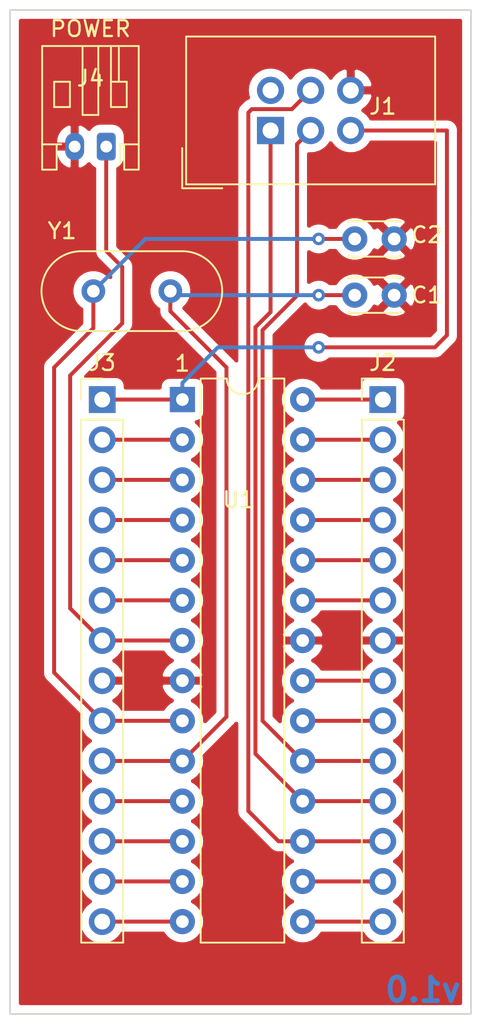
<source format=kicad_pcb>
(kicad_pcb (version 20171130) (host pcbnew "(5.1.0-0)")

  (general
    (thickness 1.6)
    (drawings 10)
    (tracks 74)
    (zones 0)
    (modules 8)
    (nets 29)
  )

  (page A4)
  (layers
    (0 F.Cu signal)
    (31 B.Cu signal)
    (32 B.Adhes user)
    (33 F.Adhes user)
    (34 B.Paste user)
    (35 F.Paste user)
    (36 B.SilkS user)
    (37 F.SilkS user)
    (38 B.Mask user)
    (39 F.Mask user)
    (40 Dwgs.User user)
    (41 Cmts.User user)
    (42 Eco1.User user)
    (43 Eco2.User user)
    (44 Edge.Cuts user)
    (45 Margin user)
    (46 B.CrtYd user)
    (47 F.CrtYd user)
    (48 B.Fab user)
    (49 F.Fab user)
  )

  (setup
    (last_trace_width 0.25)
    (trace_clearance 0.2)
    (zone_clearance 0.508)
    (zone_45_only no)
    (trace_min 0.2)
    (via_size 0.8)
    (via_drill 0.4)
    (via_min_size 0.4)
    (via_min_drill 0.3)
    (uvia_size 0.3)
    (uvia_drill 0.1)
    (uvias_allowed no)
    (uvia_min_size 0.2)
    (uvia_min_drill 0.1)
    (edge_width 0.1)
    (segment_width 0.2)
    (pcb_text_width 0.3)
    (pcb_text_size 1.5 1.5)
    (mod_edge_width 0.15)
    (mod_text_size 1 1)
    (mod_text_width 0.15)
    (pad_size 1.524 1.524)
    (pad_drill 0.762)
    (pad_to_mask_clearance 0)
    (aux_axis_origin 0 0)
    (visible_elements 7FFFFFFF)
    (pcbplotparams
      (layerselection 0x010fc_ffffffff)
      (usegerberextensions false)
      (usegerberattributes false)
      (usegerberadvancedattributes false)
      (creategerberjobfile false)
      (excludeedgelayer true)
      (linewidth 0.100000)
      (plotframeref false)
      (viasonmask false)
      (mode 1)
      (useauxorigin false)
      (hpglpennumber 1)
      (hpglpenspeed 20)
      (hpglpendiameter 15.000000)
      (psnegative false)
      (psa4output false)
      (plotreference true)
      (plotvalue true)
      (plotinvisibletext false)
      (padsonsilk false)
      (subtractmaskfromsilk false)
      (outputformat 1)
      (mirror false)
      (drillshape 1)
      (scaleselection 1)
      (outputdirectory ""))
  )

  (net 0 "")
  (net 1 GND)
  (net 2 /10)
  (net 3 /9)
  (net 4 /MISO)
  (net 5 +5V)
  (net 6 /SCK)
  (net 7 /MOSI)
  (net 8 /RST)
  (net 9 /15)
  (net 10 /16)
  (net 11 /20)
  (net 12 /21)
  (net 13 /23)
  (net 14 /24)
  (net 15 /25)
  (net 16 /26)
  (net 17 /27)
  (net 18 /28)
  (net 19 /2)
  (net 20 /3)
  (net 21 /4)
  (net 22 /5)
  (net 23 /6)
  (net 24 +3V3)
  (net 25 /11)
  (net 26 /12)
  (net 27 /13)
  (net 28 /14)

  (net_class Default "This is the default net class."
    (clearance 0.2)
    (trace_width 0.25)
    (via_dia 0.8)
    (via_drill 0.4)
    (uvia_dia 0.3)
    (uvia_drill 0.1)
    (add_net +3V3)
    (add_net +5V)
    (add_net /10)
    (add_net /11)
    (add_net /12)
    (add_net /13)
    (add_net /14)
    (add_net /15)
    (add_net /16)
    (add_net /2)
    (add_net /20)
    (add_net /21)
    (add_net /23)
    (add_net /24)
    (add_net /25)
    (add_net /26)
    (add_net /27)
    (add_net /28)
    (add_net /3)
    (add_net /4)
    (add_net /5)
    (add_net /6)
    (add_net /9)
    (add_net /MISO)
    (add_net /MOSI)
    (add_net /RST)
    (add_net /SCK)
    (add_net GND)
  )

  (module Crystal:Crystal_HC49-4H_Vertical (layer F.Cu) (tedit 5A1AD3B7) (tstamp 5CC46DF2)
    (at 137.16 68.58 180)
    (descr "Crystal THT HC-49-4H http://5hertz.com/pdfs/04404_D.pdf")
    (tags "THT crystalHC-49-4H")
    (path /5CBE8732)
    (fp_text reference Y1 (at 6.858 3.81 180) (layer F.SilkS)
      (effects (font (size 1 1) (thickness 0.15)))
    )
    (fp_text value "8 MHz" (at 2.44 3.525 180) (layer F.Fab)
      (effects (font (size 1 1) (thickness 0.15)))
    )
    (fp_text user %R (at 2.44 0 180) (layer F.Fab)
      (effects (font (size 1 1) (thickness 0.15)))
    )
    (fp_line (start -0.76 -2.325) (end 5.64 -2.325) (layer F.Fab) (width 0.1))
    (fp_line (start -0.76 2.325) (end 5.64 2.325) (layer F.Fab) (width 0.1))
    (fp_line (start -0.56 -2) (end 5.44 -2) (layer F.Fab) (width 0.1))
    (fp_line (start -0.56 2) (end 5.44 2) (layer F.Fab) (width 0.1))
    (fp_line (start -0.76 -2.525) (end 5.64 -2.525) (layer F.SilkS) (width 0.12))
    (fp_line (start -0.76 2.525) (end 5.64 2.525) (layer F.SilkS) (width 0.12))
    (fp_line (start -3.6 -2.8) (end -3.6 2.8) (layer F.CrtYd) (width 0.05))
    (fp_line (start -3.6 2.8) (end 8.5 2.8) (layer F.CrtYd) (width 0.05))
    (fp_line (start 8.5 2.8) (end 8.5 -2.8) (layer F.CrtYd) (width 0.05))
    (fp_line (start 8.5 -2.8) (end -3.6 -2.8) (layer F.CrtYd) (width 0.05))
    (fp_arc (start -0.76 0) (end -0.76 -2.325) (angle -180) (layer F.Fab) (width 0.1))
    (fp_arc (start 5.64 0) (end 5.64 -2.325) (angle 180) (layer F.Fab) (width 0.1))
    (fp_arc (start -0.56 0) (end -0.56 -2) (angle -180) (layer F.Fab) (width 0.1))
    (fp_arc (start 5.44 0) (end 5.44 -2) (angle 180) (layer F.Fab) (width 0.1))
    (fp_arc (start -0.76 0) (end -0.76 -2.525) (angle -180) (layer F.SilkS) (width 0.12))
    (fp_arc (start 5.64 0) (end 5.64 -2.525) (angle 180) (layer F.SilkS) (width 0.12))
    (pad 1 thru_hole circle (at 0 0 180) (size 1.5 1.5) (drill 0.8) (layers *.Cu *.Mask)
      (net 2 /10))
    (pad 2 thru_hole circle (at 4.88 0 180) (size 1.5 1.5) (drill 0.8) (layers *.Cu *.Mask)
      (net 3 /9))
    (model ${KISYS3DMOD}/Crystal.3dshapes/Crystal_HC49-4H_Vertical.wrl
      (at (xyz 0 0 0))
      (scale (xyz 1 1 1))
      (rotate (xyz 0 0 0))
    )
  )

  (module Package_DIP:DIP-28_W7.62mm (layer F.Cu) (tedit 5A02E8C5) (tstamp 5CC46DDB)
    (at 137.922 75.438)
    (descr "28-lead though-hole mounted DIP package, row spacing 7.62 mm (300 mils)")
    (tags "THT DIP DIL PDIP 2.54mm 7.62mm 300mil")
    (path /5CBEBF63)
    (fp_text reference U1 (at 3.556 6.35) (layer F.SilkS)
      (effects (font (size 1 1) (thickness 0.15)))
    )
    (fp_text value ATmega328-PU (at 3.81 35.35) (layer F.Fab)
      (effects (font (size 1 1) (thickness 0.15)))
    )
    (fp_arc (start 3.81 -1.33) (end 2.81 -1.33) (angle -180) (layer F.SilkS) (width 0.12))
    (fp_line (start 1.635 -1.27) (end 6.985 -1.27) (layer F.Fab) (width 0.1))
    (fp_line (start 6.985 -1.27) (end 6.985 34.29) (layer F.Fab) (width 0.1))
    (fp_line (start 6.985 34.29) (end 0.635 34.29) (layer F.Fab) (width 0.1))
    (fp_line (start 0.635 34.29) (end 0.635 -0.27) (layer F.Fab) (width 0.1))
    (fp_line (start 0.635 -0.27) (end 1.635 -1.27) (layer F.Fab) (width 0.1))
    (fp_line (start 2.81 -1.33) (end 1.16 -1.33) (layer F.SilkS) (width 0.12))
    (fp_line (start 1.16 -1.33) (end 1.16 34.35) (layer F.SilkS) (width 0.12))
    (fp_line (start 1.16 34.35) (end 6.46 34.35) (layer F.SilkS) (width 0.12))
    (fp_line (start 6.46 34.35) (end 6.46 -1.33) (layer F.SilkS) (width 0.12))
    (fp_line (start 6.46 -1.33) (end 4.81 -1.33) (layer F.SilkS) (width 0.12))
    (fp_line (start -1.1 -1.55) (end -1.1 34.55) (layer F.CrtYd) (width 0.05))
    (fp_line (start -1.1 34.55) (end 8.7 34.55) (layer F.CrtYd) (width 0.05))
    (fp_line (start 8.7 34.55) (end 8.7 -1.55) (layer F.CrtYd) (width 0.05))
    (fp_line (start 8.7 -1.55) (end -1.1 -1.55) (layer F.CrtYd) (width 0.05))
    (fp_text user %R (at 3.81 16.51) (layer F.Fab)
      (effects (font (size 1 1) (thickness 0.15)))
    )
    (pad 1 thru_hole rect (at 0 0) (size 1.6 1.6) (drill 0.8) (layers *.Cu *.Mask)
      (net 8 /RST))
    (pad 15 thru_hole oval (at 7.62 33.02) (size 1.6 1.6) (drill 0.8) (layers *.Cu *.Mask)
      (net 9 /15))
    (pad 2 thru_hole oval (at 0 2.54) (size 1.6 1.6) (drill 0.8) (layers *.Cu *.Mask)
      (net 19 /2))
    (pad 16 thru_hole oval (at 7.62 30.48) (size 1.6 1.6) (drill 0.8) (layers *.Cu *.Mask)
      (net 10 /16))
    (pad 3 thru_hole oval (at 0 5.08) (size 1.6 1.6) (drill 0.8) (layers *.Cu *.Mask)
      (net 20 /3))
    (pad 17 thru_hole oval (at 7.62 27.94) (size 1.6 1.6) (drill 0.8) (layers *.Cu *.Mask)
      (net 7 /MOSI))
    (pad 4 thru_hole oval (at 0 7.62) (size 1.6 1.6) (drill 0.8) (layers *.Cu *.Mask)
      (net 21 /4))
    (pad 18 thru_hole oval (at 7.62 25.4) (size 1.6 1.6) (drill 0.8) (layers *.Cu *.Mask)
      (net 4 /MISO))
    (pad 5 thru_hole oval (at 0 10.16) (size 1.6 1.6) (drill 0.8) (layers *.Cu *.Mask)
      (net 22 /5))
    (pad 19 thru_hole oval (at 7.62 22.86) (size 1.6 1.6) (drill 0.8) (layers *.Cu *.Mask)
      (net 6 /SCK))
    (pad 6 thru_hole oval (at 0 12.7) (size 1.6 1.6) (drill 0.8) (layers *.Cu *.Mask)
      (net 23 /6))
    (pad 20 thru_hole oval (at 7.62 20.32) (size 1.6 1.6) (drill 0.8) (layers *.Cu *.Mask)
      (net 11 /20))
    (pad 7 thru_hole oval (at 0 15.24) (size 1.6 1.6) (drill 0.8) (layers *.Cu *.Mask)
      (net 24 +3V3))
    (pad 21 thru_hole oval (at 7.62 17.78) (size 1.6 1.6) (drill 0.8) (layers *.Cu *.Mask)
      (net 12 /21))
    (pad 8 thru_hole oval (at 0 17.78) (size 1.6 1.6) (drill 0.8) (layers *.Cu *.Mask)
      (net 1 GND))
    (pad 22 thru_hole oval (at 7.62 15.24) (size 1.6 1.6) (drill 0.8) (layers *.Cu *.Mask)
      (net 1 GND))
    (pad 9 thru_hole oval (at 0 20.32) (size 1.6 1.6) (drill 0.8) (layers *.Cu *.Mask)
      (net 3 /9))
    (pad 23 thru_hole oval (at 7.62 12.7) (size 1.6 1.6) (drill 0.8) (layers *.Cu *.Mask)
      (net 13 /23))
    (pad 10 thru_hole oval (at 0 22.86) (size 1.6 1.6) (drill 0.8) (layers *.Cu *.Mask)
      (net 2 /10))
    (pad 24 thru_hole oval (at 7.62 10.16) (size 1.6 1.6) (drill 0.8) (layers *.Cu *.Mask)
      (net 14 /24))
    (pad 11 thru_hole oval (at 0 25.4) (size 1.6 1.6) (drill 0.8) (layers *.Cu *.Mask)
      (net 25 /11))
    (pad 25 thru_hole oval (at 7.62 7.62) (size 1.6 1.6) (drill 0.8) (layers *.Cu *.Mask)
      (net 15 /25))
    (pad 12 thru_hole oval (at 0 27.94) (size 1.6 1.6) (drill 0.8) (layers *.Cu *.Mask)
      (net 26 /12))
    (pad 26 thru_hole oval (at 7.62 5.08) (size 1.6 1.6) (drill 0.8) (layers *.Cu *.Mask)
      (net 16 /26))
    (pad 13 thru_hole oval (at 0 30.48) (size 1.6 1.6) (drill 0.8) (layers *.Cu *.Mask)
      (net 27 /13))
    (pad 27 thru_hole oval (at 7.62 2.54) (size 1.6 1.6) (drill 0.8) (layers *.Cu *.Mask)
      (net 17 /27))
    (pad 14 thru_hole oval (at 0 33.02) (size 1.6 1.6) (drill 0.8) (layers *.Cu *.Mask)
      (net 28 /14))
    (pad 28 thru_hole oval (at 7.62 0) (size 1.6 1.6) (drill 0.8) (layers *.Cu *.Mask)
      (net 18 /28))
    (model ${KISYS3DMOD}/Package_DIP.3dshapes/DIP-28_W7.62mm.wrl
      (at (xyz 0 0 0))
      (scale (xyz 1 1 1))
      (rotate (xyz 0 0 0))
    )
  )

  (module Capacitor_THT:C_Disc_D3.0mm_W2.0mm_P2.50mm (layer F.Cu) (tedit 5AE50EF0) (tstamp 5CC46CFF)
    (at 148.844 68.834)
    (descr "C, Disc series, Radial, pin pitch=2.50mm, , diameter*width=3*2mm^2, Capacitor")
    (tags "C Disc series Radial pin pitch 2.50mm  diameter 3mm width 2mm Capacitor")
    (path /5CBED876)
    (fp_text reference C1 (at 4.572 0 180) (layer F.SilkS)
      (effects (font (size 1 1) (thickness 0.15)))
    )
    (fp_text value "22 pF" (at 1.016 2.032 180) (layer F.Fab) hide
      (effects (font (size 1 1) (thickness 0.15)))
    )
    (fp_text user %R (at 1.25 0 90) (layer F.Fab)
      (effects (font (size 0.6 0.6) (thickness 0.09)))
    )
    (fp_line (start 3.55 -1.25) (end -1.05 -1.25) (layer F.CrtYd) (width 0.05))
    (fp_line (start 3.55 1.25) (end 3.55 -1.25) (layer F.CrtYd) (width 0.05))
    (fp_line (start -1.05 1.25) (end 3.55 1.25) (layer F.CrtYd) (width 0.05))
    (fp_line (start -1.05 -1.25) (end -1.05 1.25) (layer F.CrtYd) (width 0.05))
    (fp_line (start 2.87 1.055) (end 2.87 1.12) (layer F.SilkS) (width 0.12))
    (fp_line (start 2.87 -1.12) (end 2.87 -1.055) (layer F.SilkS) (width 0.12))
    (fp_line (start -0.37 1.055) (end -0.37 1.12) (layer F.SilkS) (width 0.12))
    (fp_line (start -0.37 -1.12) (end -0.37 -1.055) (layer F.SilkS) (width 0.12))
    (fp_line (start -0.37 1.12) (end 2.87 1.12) (layer F.SilkS) (width 0.12))
    (fp_line (start -0.37 -1.12) (end 2.87 -1.12) (layer F.SilkS) (width 0.12))
    (fp_line (start 2.75 -1) (end -0.25 -1) (layer F.Fab) (width 0.1))
    (fp_line (start 2.75 1) (end 2.75 -1) (layer F.Fab) (width 0.1))
    (fp_line (start -0.25 1) (end 2.75 1) (layer F.Fab) (width 0.1))
    (fp_line (start -0.25 -1) (end -0.25 1) (layer F.Fab) (width 0.1))
    (pad 2 thru_hole circle (at 2.5 0) (size 1.6 1.6) (drill 0.8) (layers *.Cu *.Mask)
      (net 1 GND))
    (pad 1 thru_hole circle (at 0 0) (size 1.6 1.6) (drill 0.8) (layers *.Cu *.Mask)
      (net 2 /10))
    (model ${KISYS3DMOD}/Capacitor_THT.3dshapes/C_Disc_D3.0mm_W2.0mm_P2.50mm.wrl
      (at (xyz 0 0 0))
      (scale (xyz 1 1 1))
      (rotate (xyz 0 0 0))
    )
  )

  (module Capacitor_THT:C_Disc_D3.0mm_W2.0mm_P2.50mm (layer F.Cu) (tedit 5AE50EF0) (tstamp 5CC6DB1E)
    (at 148.844 65.278)
    (descr "C, Disc series, Radial, pin pitch=2.50mm, , diameter*width=3*2mm^2, Capacitor")
    (tags "C Disc series Radial pin pitch 2.50mm  diameter 3mm width 2mm Capacitor")
    (path /5CBECD33)
    (fp_text reference C2 (at 4.572 -0.254 -180) (layer F.SilkS)
      (effects (font (size 1 1) (thickness 0.15)))
    )
    (fp_text value "22 pF" (at 1.524 -2.032 -180) (layer F.Fab) hide
      (effects (font (size 1 1) (thickness 0.15)))
    )
    (fp_line (start -0.25 -1) (end -0.25 1) (layer F.Fab) (width 0.1))
    (fp_line (start -0.25 1) (end 2.75 1) (layer F.Fab) (width 0.1))
    (fp_line (start 2.75 1) (end 2.75 -1) (layer F.Fab) (width 0.1))
    (fp_line (start 2.75 -1) (end -0.25 -1) (layer F.Fab) (width 0.1))
    (fp_line (start -0.37 -1.12) (end 2.87 -1.12) (layer F.SilkS) (width 0.12))
    (fp_line (start -0.37 1.12) (end 2.87 1.12) (layer F.SilkS) (width 0.12))
    (fp_line (start -0.37 -1.12) (end -0.37 -1.055) (layer F.SilkS) (width 0.12))
    (fp_line (start -0.37 1.055) (end -0.37 1.12) (layer F.SilkS) (width 0.12))
    (fp_line (start 2.87 -1.12) (end 2.87 -1.055) (layer F.SilkS) (width 0.12))
    (fp_line (start 2.87 1.055) (end 2.87 1.12) (layer F.SilkS) (width 0.12))
    (fp_line (start -1.05 -1.25) (end -1.05 1.25) (layer F.CrtYd) (width 0.05))
    (fp_line (start -1.05 1.25) (end 3.55 1.25) (layer F.CrtYd) (width 0.05))
    (fp_line (start 3.55 1.25) (end 3.55 -1.25) (layer F.CrtYd) (width 0.05))
    (fp_line (start 3.55 -1.25) (end -1.05 -1.25) (layer F.CrtYd) (width 0.05))
    (fp_text user %R (at 1.25 0 -270) (layer F.Fab)
      (effects (font (size 0.6 0.6) (thickness 0.09)))
    )
    (pad 1 thru_hole circle (at 0 0) (size 1.6 1.6) (drill 0.8) (layers *.Cu *.Mask)
      (net 3 /9))
    (pad 2 thru_hole circle (at 2.5 0) (size 1.6 1.6) (drill 0.8) (layers *.Cu *.Mask)
      (net 1 GND))
    (model ${KISYS3DMOD}/Capacitor_THT.3dshapes/C_Disc_D3.0mm_W2.0mm_P2.50mm.wrl
      (at (xyz 0 0 0))
      (scale (xyz 1 1 1))
      (rotate (xyz 0 0 0))
    )
  )

  (module Connector_IDC:IDC-Header_2x03_P2.54mm_Vertical (layer F.Cu) (tedit 59DE0819) (tstamp 5CC6D8DF)
    (at 143.51 58.42 90)
    (descr "Through hole straight IDC box header, 2x03, 2.54mm pitch, double rows")
    (tags "Through hole IDC box header THT 2x03 2.54mm double row")
    (path /5CBE8516)
    (fp_text reference J1 (at 1.524 7.112 180) (layer F.SilkS)
      (effects (font (size 1 1) (thickness 0.15)))
    )
    (fp_text value AVR_SPI (at -2.032 5.334 180) (layer F.Fab)
      (effects (font (size 1 1) (thickness 0.15)))
    )
    (fp_text user %R (at 1.27 2.54 90) (layer F.Fab)
      (effects (font (size 1 1) (thickness 0.15)))
    )
    (fp_line (start 5.695 -5.1) (end 5.695 10.18) (layer F.Fab) (width 0.1))
    (fp_line (start 5.145 -4.56) (end 5.145 9.62) (layer F.Fab) (width 0.1))
    (fp_line (start -3.155 -5.1) (end -3.155 10.18) (layer F.Fab) (width 0.1))
    (fp_line (start -2.605 -4.56) (end -2.605 0.29) (layer F.Fab) (width 0.1))
    (fp_line (start -2.605 4.79) (end -2.605 9.62) (layer F.Fab) (width 0.1))
    (fp_line (start -2.605 0.29) (end -3.155 0.29) (layer F.Fab) (width 0.1))
    (fp_line (start -2.605 4.79) (end -3.155 4.79) (layer F.Fab) (width 0.1))
    (fp_line (start 5.695 -5.1) (end -3.155 -5.1) (layer F.Fab) (width 0.1))
    (fp_line (start 5.145 -4.56) (end -2.605 -4.56) (layer F.Fab) (width 0.1))
    (fp_line (start 5.695 10.18) (end -3.155 10.18) (layer F.Fab) (width 0.1))
    (fp_line (start 5.145 9.62) (end -2.605 9.62) (layer F.Fab) (width 0.1))
    (fp_line (start 5.695 -5.1) (end 5.145 -4.56) (layer F.Fab) (width 0.1))
    (fp_line (start 5.695 10.18) (end 5.145 9.62) (layer F.Fab) (width 0.1))
    (fp_line (start -3.155 -5.1) (end -2.605 -4.56) (layer F.Fab) (width 0.1))
    (fp_line (start -3.155 10.18) (end -2.605 9.62) (layer F.Fab) (width 0.1))
    (fp_line (start 5.95 -5.35) (end 5.95 10.43) (layer F.CrtYd) (width 0.05))
    (fp_line (start 5.95 10.43) (end -3.41 10.43) (layer F.CrtYd) (width 0.05))
    (fp_line (start -3.41 10.43) (end -3.41 -5.35) (layer F.CrtYd) (width 0.05))
    (fp_line (start -3.41 -5.35) (end 5.95 -5.35) (layer F.CrtYd) (width 0.05))
    (fp_line (start 5.945 -5.35) (end 5.945 10.43) (layer F.SilkS) (width 0.12))
    (fp_line (start 5.945 10.43) (end -3.405 10.43) (layer F.SilkS) (width 0.12))
    (fp_line (start -3.405 10.43) (end -3.405 -5.35) (layer F.SilkS) (width 0.12))
    (fp_line (start -3.405 -5.35) (end 5.945 -5.35) (layer F.SilkS) (width 0.12))
    (fp_line (start -3.655 -5.6) (end -3.655 -3.06) (layer F.SilkS) (width 0.12))
    (fp_line (start -3.655 -5.6) (end -1.115 -5.6) (layer F.SilkS) (width 0.12))
    (pad 1 thru_hole rect (at 0 0 90) (size 1.7272 1.7272) (drill 1.016) (layers *.Cu *.Mask)
      (net 4 /MISO))
    (pad 2 thru_hole oval (at 2.54 0 90) (size 1.7272 1.7272) (drill 1.016) (layers *.Cu *.Mask)
      (net 5 +5V))
    (pad 3 thru_hole oval (at 0 2.54 90) (size 1.7272 1.7272) (drill 1.016) (layers *.Cu *.Mask)
      (net 6 /SCK))
    (pad 4 thru_hole oval (at 2.54 2.54 90) (size 1.7272 1.7272) (drill 1.016) (layers *.Cu *.Mask)
      (net 7 /MOSI))
    (pad 5 thru_hole oval (at 0 5.08 90) (size 1.7272 1.7272) (drill 1.016) (layers *.Cu *.Mask)
      (net 8 /RST))
    (pad 6 thru_hole oval (at 2.54 5.08 90) (size 1.7272 1.7272) (drill 1.016) (layers *.Cu *.Mask)
      (net 1 GND))
    (model ${KISYS3DMOD}/Connector_IDC.3dshapes/IDC-Header_2x03_P2.54mm_Vertical.wrl
      (at (xyz 0 0 0))
      (scale (xyz 1 1 1))
      (rotate (xyz 0 0 0))
    )
  )

  (module Connector_PinHeader_2.54mm:PinHeader_1x14_P2.54mm_Vertical locked (layer F.Cu) (tedit 59FED5CC) (tstamp 5CC46D5A)
    (at 150.622 75.438)
    (descr "Through hole straight pin header, 1x14, 2.54mm pitch, single row")
    (tags "Through hole pin header THT 1x14 2.54mm single row")
    (path /5CC0C46F)
    (fp_text reference J2 (at 0 -2.33) (layer F.SilkS)
      (effects (font (size 1 1) (thickness 0.15)))
    )
    (fp_text value RIGHT_CONNECTOR (at 2.54 19.05 90) (layer F.Fab)
      (effects (font (size 1 1) (thickness 0.15)))
    )
    (fp_text user %R (at 0 16.51 90) (layer F.Fab)
      (effects (font (size 1 1) (thickness 0.15)))
    )
    (fp_line (start 1.8 -1.8) (end -1.8 -1.8) (layer F.CrtYd) (width 0.05))
    (fp_line (start 1.8 34.8) (end 1.8 -1.8) (layer F.CrtYd) (width 0.05))
    (fp_line (start -1.8 34.8) (end 1.8 34.8) (layer F.CrtYd) (width 0.05))
    (fp_line (start -1.8 -1.8) (end -1.8 34.8) (layer F.CrtYd) (width 0.05))
    (fp_line (start -1.33 -1.33) (end 0 -1.33) (layer F.SilkS) (width 0.12))
    (fp_line (start -1.33 0) (end -1.33 -1.33) (layer F.SilkS) (width 0.12))
    (fp_line (start -1.33 1.27) (end 1.33 1.27) (layer F.SilkS) (width 0.12))
    (fp_line (start 1.33 1.27) (end 1.33 34.35) (layer F.SilkS) (width 0.12))
    (fp_line (start -1.33 1.27) (end -1.33 34.35) (layer F.SilkS) (width 0.12))
    (fp_line (start -1.33 34.35) (end 1.33 34.35) (layer F.SilkS) (width 0.12))
    (fp_line (start -1.27 -0.635) (end -0.635 -1.27) (layer F.Fab) (width 0.1))
    (fp_line (start -1.27 34.29) (end -1.27 -0.635) (layer F.Fab) (width 0.1))
    (fp_line (start 1.27 34.29) (end -1.27 34.29) (layer F.Fab) (width 0.1))
    (fp_line (start 1.27 -1.27) (end 1.27 34.29) (layer F.Fab) (width 0.1))
    (fp_line (start -0.635 -1.27) (end 1.27 -1.27) (layer F.Fab) (width 0.1))
    (pad 14 thru_hole oval (at 0 33.02) (size 1.7 1.7) (drill 1) (layers *.Cu *.Mask)
      (net 9 /15))
    (pad 13 thru_hole oval (at 0 30.48) (size 1.7 1.7) (drill 1) (layers *.Cu *.Mask)
      (net 10 /16))
    (pad 12 thru_hole oval (at 0 27.94) (size 1.7 1.7) (drill 1) (layers *.Cu *.Mask)
      (net 7 /MOSI))
    (pad 11 thru_hole oval (at 0 25.4) (size 1.7 1.7) (drill 1) (layers *.Cu *.Mask)
      (net 4 /MISO))
    (pad 10 thru_hole oval (at 0 22.86) (size 1.7 1.7) (drill 1) (layers *.Cu *.Mask)
      (net 6 /SCK))
    (pad 9 thru_hole oval (at 0 20.32) (size 1.7 1.7) (drill 1) (layers *.Cu *.Mask)
      (net 11 /20))
    (pad 8 thru_hole oval (at 0 17.78) (size 1.7 1.7) (drill 1) (layers *.Cu *.Mask)
      (net 12 /21))
    (pad 7 thru_hole oval (at 0 15.24) (size 1.7 1.7) (drill 1) (layers *.Cu *.Mask)
      (net 1 GND))
    (pad 6 thru_hole oval (at 0 12.7) (size 1.7 1.7) (drill 1) (layers *.Cu *.Mask)
      (net 13 /23))
    (pad 5 thru_hole oval (at 0 10.16) (size 1.7 1.7) (drill 1) (layers *.Cu *.Mask)
      (net 14 /24))
    (pad 4 thru_hole oval (at 0 7.62) (size 1.7 1.7) (drill 1) (layers *.Cu *.Mask)
      (net 15 /25))
    (pad 3 thru_hole oval (at 0 5.08) (size 1.7 1.7) (drill 1) (layers *.Cu *.Mask)
      (net 16 /26))
    (pad 2 thru_hole oval (at 0 2.54) (size 1.7 1.7) (drill 1) (layers *.Cu *.Mask)
      (net 17 /27))
    (pad 1 thru_hole rect (at 0 0) (size 1.7 1.7) (drill 1) (layers *.Cu *.Mask)
      (net 18 /28))
    (model ${KISYS3DMOD}/Connector_PinHeader_2.54mm.3dshapes/PinHeader_1x14_P2.54mm_Vertical.wrl
      (at (xyz 0 0 0))
      (scale (xyz 1 1 1))
      (rotate (xyz 0 0 0))
    )
  )

  (module Connector_PinHeader_2.54mm:PinHeader_1x14_P2.54mm_Vertical locked (layer F.Cu) (tedit 59FED5CC) (tstamp 5CC46D7C)
    (at 132.842 75.438)
    (descr "Through hole straight pin header, 1x14, 2.54mm pitch, single row")
    (tags "Through hole pin header THT 1x14 2.54mm single row")
    (path /5CC092D8)
    (fp_text reference J3 (at 0 -2.33) (layer F.SilkS)
      (effects (font (size 1 1) (thickness 0.15)))
    )
    (fp_text value LEFT_CONNECTOR (at -2.54 21.59 90) (layer F.Fab)
      (effects (font (size 1 1) (thickness 0.15)))
    )
    (fp_line (start -0.635 -1.27) (end 1.27 -1.27) (layer F.Fab) (width 0.1))
    (fp_line (start 1.27 -1.27) (end 1.27 34.29) (layer F.Fab) (width 0.1))
    (fp_line (start 1.27 34.29) (end -1.27 34.29) (layer F.Fab) (width 0.1))
    (fp_line (start -1.27 34.29) (end -1.27 -0.635) (layer F.Fab) (width 0.1))
    (fp_line (start -1.27 -0.635) (end -0.635 -1.27) (layer F.Fab) (width 0.1))
    (fp_line (start -1.33 34.35) (end 1.33 34.35) (layer F.SilkS) (width 0.12))
    (fp_line (start -1.33 1.27) (end -1.33 34.35) (layer F.SilkS) (width 0.12))
    (fp_line (start 1.33 1.27) (end 1.33 34.35) (layer F.SilkS) (width 0.12))
    (fp_line (start -1.33 1.27) (end 1.33 1.27) (layer F.SilkS) (width 0.12))
    (fp_line (start -1.33 0) (end -1.33 -1.33) (layer F.SilkS) (width 0.12))
    (fp_line (start -1.33 -1.33) (end 0 -1.33) (layer F.SilkS) (width 0.12))
    (fp_line (start -1.8 -1.8) (end -1.8 34.8) (layer F.CrtYd) (width 0.05))
    (fp_line (start -1.8 34.8) (end 1.8 34.8) (layer F.CrtYd) (width 0.05))
    (fp_line (start 1.8 34.8) (end 1.8 -1.8) (layer F.CrtYd) (width 0.05))
    (fp_line (start 1.8 -1.8) (end -1.8 -1.8) (layer F.CrtYd) (width 0.05))
    (fp_text user %R (at 0 16.51 90) (layer F.Fab)
      (effects (font (size 1 1) (thickness 0.15)))
    )
    (pad 1 thru_hole rect (at 0 0) (size 1.7 1.7) (drill 1) (layers *.Cu *.Mask)
      (net 8 /RST))
    (pad 2 thru_hole oval (at 0 2.54) (size 1.7 1.7) (drill 1) (layers *.Cu *.Mask)
      (net 19 /2))
    (pad 3 thru_hole oval (at 0 5.08) (size 1.7 1.7) (drill 1) (layers *.Cu *.Mask)
      (net 20 /3))
    (pad 4 thru_hole oval (at 0 7.62) (size 1.7 1.7) (drill 1) (layers *.Cu *.Mask)
      (net 21 /4))
    (pad 5 thru_hole oval (at 0 10.16) (size 1.7 1.7) (drill 1) (layers *.Cu *.Mask)
      (net 22 /5))
    (pad 6 thru_hole oval (at 0 12.7) (size 1.7 1.7) (drill 1) (layers *.Cu *.Mask)
      (net 23 /6))
    (pad 7 thru_hole oval (at 0 15.24) (size 1.7 1.7) (drill 1) (layers *.Cu *.Mask)
      (net 24 +3V3))
    (pad 8 thru_hole oval (at 0 17.78) (size 1.7 1.7) (drill 1) (layers *.Cu *.Mask)
      (net 1 GND))
    (pad 9 thru_hole oval (at 0 20.32) (size 1.7 1.7) (drill 1) (layers *.Cu *.Mask)
      (net 3 /9))
    (pad 10 thru_hole oval (at 0 22.86) (size 1.7 1.7) (drill 1) (layers *.Cu *.Mask)
      (net 2 /10))
    (pad 11 thru_hole oval (at 0 25.4) (size 1.7 1.7) (drill 1) (layers *.Cu *.Mask)
      (net 25 /11))
    (pad 12 thru_hole oval (at 0 27.94) (size 1.7 1.7) (drill 1) (layers *.Cu *.Mask)
      (net 26 /12))
    (pad 13 thru_hole oval (at 0 30.48) (size 1.7 1.7) (drill 1) (layers *.Cu *.Mask)
      (net 27 /13))
    (pad 14 thru_hole oval (at 0 33.02) (size 1.7 1.7) (drill 1) (layers *.Cu *.Mask)
      (net 28 /14))
    (model ${KISYS3DMOD}/Connector_PinHeader_2.54mm.3dshapes/PinHeader_1x14_P2.54mm_Vertical.wrl
      (at (xyz 0 0 0))
      (scale (xyz 1 1 1))
      (rotate (xyz 0 0 0))
    )
  )

  (module Connector_JST:JST_PH_S2B-PH-K_1x02_P2.00mm_Horizontal (layer F.Cu) (tedit 5B7745C6) (tstamp 5CC46DAB)
    (at 133.096 59.436 180)
    (descr "JST PH series connector, S2B-PH-K (http://www.jst-mfg.com/product/pdf/eng/ePH.pdf), generated with kicad-footprint-generator")
    (tags "connector JST PH top entry")
    (path /5CBF987B)
    (fp_text reference J4 (at 1 4.318 180) (layer F.SilkS)
      (effects (font (size 1 1) (thickness 0.15)))
    )
    (fp_text value POWER (at 1 7.45 180) (layer F.SilkS)
      (effects (font (size 1 1) (thickness 0.15)))
    )
    (fp_line (start -0.86 0.14) (end -1.14 0.14) (layer F.SilkS) (width 0.12))
    (fp_line (start -1.14 0.14) (end -1.14 -1.46) (layer F.SilkS) (width 0.12))
    (fp_line (start -1.14 -1.46) (end -2.06 -1.46) (layer F.SilkS) (width 0.12))
    (fp_line (start -2.06 -1.46) (end -2.06 6.36) (layer F.SilkS) (width 0.12))
    (fp_line (start -2.06 6.36) (end 4.06 6.36) (layer F.SilkS) (width 0.12))
    (fp_line (start 4.06 6.36) (end 4.06 -1.46) (layer F.SilkS) (width 0.12))
    (fp_line (start 4.06 -1.46) (end 3.14 -1.46) (layer F.SilkS) (width 0.12))
    (fp_line (start 3.14 -1.46) (end 3.14 0.14) (layer F.SilkS) (width 0.12))
    (fp_line (start 3.14 0.14) (end 2.86 0.14) (layer F.SilkS) (width 0.12))
    (fp_line (start 0.5 6.36) (end 0.5 2) (layer F.SilkS) (width 0.12))
    (fp_line (start 0.5 2) (end 1.5 2) (layer F.SilkS) (width 0.12))
    (fp_line (start 1.5 2) (end 1.5 6.36) (layer F.SilkS) (width 0.12))
    (fp_line (start -2.06 0.14) (end -1.14 0.14) (layer F.SilkS) (width 0.12))
    (fp_line (start 4.06 0.14) (end 3.14 0.14) (layer F.SilkS) (width 0.12))
    (fp_line (start -1.3 2.5) (end -1.3 4.1) (layer F.SilkS) (width 0.12))
    (fp_line (start -1.3 4.1) (end -0.3 4.1) (layer F.SilkS) (width 0.12))
    (fp_line (start -0.3 4.1) (end -0.3 2.5) (layer F.SilkS) (width 0.12))
    (fp_line (start -0.3 2.5) (end -1.3 2.5) (layer F.SilkS) (width 0.12))
    (fp_line (start 3.3 2.5) (end 3.3 4.1) (layer F.SilkS) (width 0.12))
    (fp_line (start 3.3 4.1) (end 2.3 4.1) (layer F.SilkS) (width 0.12))
    (fp_line (start 2.3 4.1) (end 2.3 2.5) (layer F.SilkS) (width 0.12))
    (fp_line (start 2.3 2.5) (end 3.3 2.5) (layer F.SilkS) (width 0.12))
    (fp_line (start -0.3 4.1) (end -0.3 6.36) (layer F.SilkS) (width 0.12))
    (fp_line (start -0.8 4.1) (end -0.8 6.36) (layer F.SilkS) (width 0.12))
    (fp_line (start -2.45 -1.85) (end -2.45 6.75) (layer F.CrtYd) (width 0.05))
    (fp_line (start -2.45 6.75) (end 4.45 6.75) (layer F.CrtYd) (width 0.05))
    (fp_line (start 4.45 6.75) (end 4.45 -1.85) (layer F.CrtYd) (width 0.05))
    (fp_line (start 4.45 -1.85) (end -2.45 -1.85) (layer F.CrtYd) (width 0.05))
    (fp_line (start -1.25 0.25) (end -1.25 -1.35) (layer F.Fab) (width 0.1))
    (fp_line (start -1.25 -1.35) (end -1.95 -1.35) (layer F.Fab) (width 0.1))
    (fp_line (start -1.95 -1.35) (end -1.95 6.25) (layer F.Fab) (width 0.1))
    (fp_line (start -1.95 6.25) (end 3.95 6.25) (layer F.Fab) (width 0.1))
    (fp_line (start 3.95 6.25) (end 3.95 -1.35) (layer F.Fab) (width 0.1))
    (fp_line (start 3.95 -1.35) (end 3.25 -1.35) (layer F.Fab) (width 0.1))
    (fp_line (start 3.25 -1.35) (end 3.25 0.25) (layer F.Fab) (width 0.1))
    (fp_line (start 3.25 0.25) (end -1.25 0.25) (layer F.Fab) (width 0.1))
    (fp_line (start -0.86 0.14) (end -0.86 -1.075) (layer F.SilkS) (width 0.12))
    (fp_line (start 0 0.875) (end -0.5 1.375) (layer F.Fab) (width 0.1))
    (fp_line (start -0.5 1.375) (end 0.5 1.375) (layer F.Fab) (width 0.1))
    (fp_line (start 0.5 1.375) (end 0 0.875) (layer F.Fab) (width 0.1))
    (fp_text user %R (at 1 2.5 180) (layer F.Fab)
      (effects (font (size 1 1) (thickness 0.15)))
    )
    (pad 1 thru_hole roundrect (at 0 0 180) (size 1.2 1.75) (drill 0.75) (layers *.Cu *.Mask) (roundrect_rratio 0.208333)
      (net 24 +3V3))
    (pad 2 thru_hole oval (at 2 0 180) (size 1.2 1.75) (drill 0.75) (layers *.Cu *.Mask)
      (net 1 GND))
    (model ${KISYS3DMOD}/Connector_JST.3dshapes/JST_PH_S2B-PH-K_1x02_P2.00mm_Horizontal.wrl
      (at (xyz 0 0 0))
      (scale (xyz 1 1 1))
      (rotate (xyz 0 0 0))
    )
  )

  (gr_text v1.0 (at 153.162 112.776) (layer B.Cu)
    (effects (font (size 1.5 1.5) (thickness 0.3)) (justify mirror))
  )
  (gr_text 1 (at 137.922 73.152) (layer F.SilkS)
    (effects (font (size 1 1) (thickness 0.15)))
  )
  (gr_line (start 127 50.8) (end 127 63.5) (layer Edge.Cuts) (width 0.1) (tstamp 5CC6163B))
  (gr_line (start 156.21 50.8) (end 156.21 63.5) (layer Edge.Cuts) (width 0.1) (tstamp 5CC61638))
  (gr_line (start 156.21 114.3) (end 144.78 114.3) (layer Edge.Cuts) (width 0.1) (tstamp 5CC4B52D))
  (gr_line (start 156.21 63.5) (end 156.21 114.3) (layer Edge.Cuts) (width 0.1))
  (gr_line (start 144.78 50.8) (end 156.21 50.8) (layer Edge.Cuts) (width 0.1))
  (gr_line (start 144.78 114.3) (end 127 114.3) (layer Edge.Cuts) (width 0.1))
  (gr_line (start 127 50.8) (end 144.78 50.8) (layer Edge.Cuts) (width 0.1))
  (gr_line (start 127 114.3) (end 127 63.5) (layer Edge.Cuts) (width 0.1))

  (segment (start 137.16 68.58) (end 137.16 69.85) (width 0.25) (layer F.Cu) (net 2))
  (segment (start 137.16 69.85) (end 140.716 73.406) (width 0.25) (layer F.Cu) (net 2))
  (segment (start 140.716 95.504) (end 137.922 98.298) (width 0.25) (layer F.Cu) (net 2))
  (segment (start 140.716 73.406) (end 140.716 95.504) (width 0.25) (layer F.Cu) (net 2))
  (segment (start 137.922 98.298) (end 132.842 98.298) (width 0.25) (layer F.Cu) (net 2))
  (via (at 146.558 68.834) (size 0.8) (drill 0.4) (layers F.Cu B.Cu) (net 2))
  (segment (start 148.844 68.834) (end 146.558 68.834) (width 0.25) (layer F.Cu) (net 2))
  (segment (start 137.414 68.834) (end 137.16 68.58) (width 0.25) (layer B.Cu) (net 2))
  (segment (start 146.558 68.834) (end 137.414 68.834) (width 0.25) (layer B.Cu) (net 2))
  (segment (start 132.28 68.58) (end 132.28 70.92) (width 0.25) (layer F.Cu) (net 3))
  (segment (start 132.28 70.92) (end 129.794 73.406) (width 0.25) (layer F.Cu) (net 3))
  (segment (start 129.794 92.71) (end 132.842 95.758) (width 0.25) (layer F.Cu) (net 3))
  (segment (start 129.794 73.406) (end 129.794 92.71) (width 0.25) (layer F.Cu) (net 3))
  (segment (start 132.842 95.758) (end 137.922 95.758) (width 0.25) (layer F.Cu) (net 3))
  (via (at 146.558 65.278) (size 0.8) (drill 0.4) (layers F.Cu B.Cu) (net 3))
  (segment (start 148.844 65.278) (end 146.558 65.278) (width 0.25) (layer F.Cu) (net 3))
  (segment (start 135.582 65.278) (end 132.28 68.58) (width 0.25) (layer B.Cu) (net 3))
  (segment (start 146.558 65.278) (end 135.582 65.278) (width 0.25) (layer B.Cu) (net 3))
  (segment (start 145.542 100.838) (end 150.622 100.838) (width 0.25) (layer F.Cu) (net 4))
  (segment (start 142.551989 97.847989) (end 145.542 100.838) (width 0.25) (layer F.Cu) (net 4))
  (segment (start 142.551989 70.859404) (end 142.551989 97.847989) (width 0.25) (layer F.Cu) (net 4))
  (segment (start 143.51 58.42) (end 143.51 69.901393) (width 0.25) (layer F.Cu) (net 4))
  (segment (start 143.51 69.901393) (end 142.551989 70.859404) (width 0.25) (layer F.Cu) (net 4))
  (segment (start 145.186401 59.283599) (end 145.186401 68.861403) (width 0.25) (layer F.Cu) (net 6))
  (segment (start 146.05 58.42) (end 145.186401 59.283599) (width 0.25) (layer F.Cu) (net 6))
  (segment (start 145.186401 68.861403) (end 143.002 71.045804) (width 0.25) (layer F.Cu) (net 6))
  (segment (start 143.002 95.758) (end 145.542 98.298) (width 0.25) (layer F.Cu) (net 6))
  (segment (start 143.002 71.045804) (end 143.002 95.758) (width 0.25) (layer F.Cu) (net 6))
  (segment (start 146.67337 98.298) (end 150.622 98.298) (width 0.25) (layer F.Cu) (net 6))
  (segment (start 145.542 98.298) (end 146.67337 98.298) (width 0.25) (layer F.Cu) (net 6))
  (segment (start 145.542 103.378) (end 150.622 103.378) (width 0.25) (layer F.Cu) (net 7))
  (segment (start 142.101978 57.288022) (end 142.321399 57.068601) (width 0.25) (layer F.Cu) (net 7))
  (segment (start 142.101978 101.461978) (end 142.101978 57.288022) (width 0.25) (layer F.Cu) (net 7))
  (segment (start 144.018 103.378) (end 142.101978 101.461978) (width 0.25) (layer F.Cu) (net 7))
  (segment (start 142.321399 57.068601) (end 144.861399 57.068601) (width 0.25) (layer F.Cu) (net 7))
  (segment (start 144.861399 57.068601) (end 146.05 55.88) (width 0.25) (layer F.Cu) (net 7))
  (segment (start 145.542 103.378) (end 144.018 103.378) (width 0.25) (layer F.Cu) (net 7))
  (segment (start 134.874 75.438) (end 132.842 75.438) (width 0.25) (layer F.Cu) (net 8))
  (segment (start 135.128 75.438) (end 134.874 75.438) (width 0.25) (layer F.Cu) (net 8))
  (segment (start 137.922 75.438) (end 135.128 75.438) (width 0.25) (layer F.Cu) (net 8))
  (segment (start 148.59 58.42) (end 154.686 58.42) (width 0.25) (layer F.Cu) (net 8))
  (segment (start 154.686 58.42) (end 154.686 71.374) (width 0.25) (layer F.Cu) (net 8))
  (segment (start 154.686 71.374) (end 153.924 72.136) (width 0.25) (layer F.Cu) (net 8))
  (via (at 146.558 72.136) (size 0.8) (drill 0.4) (layers F.Cu B.Cu) (net 8))
  (segment (start 153.924 72.136) (end 146.558 72.136) (width 0.25) (layer F.Cu) (net 8))
  (segment (start 137.922 74.388) (end 137.922 75.438) (width 0.25) (layer B.Cu) (net 8))
  (segment (start 140.174 72.136) (end 137.922 74.388) (width 0.25) (layer B.Cu) (net 8))
  (segment (start 146.558 72.136) (end 140.174 72.136) (width 0.25) (layer B.Cu) (net 8))
  (segment (start 145.542 108.458) (end 150.622 108.458) (width 0.25) (layer F.Cu) (net 9))
  (segment (start 145.542 105.918) (end 150.622 105.918) (width 0.25) (layer F.Cu) (net 10))
  (segment (start 145.542 95.758) (end 150.622 95.758) (width 0.25) (layer F.Cu) (net 11))
  (segment (start 145.542 93.218) (end 150.622 93.218) (width 0.25) (layer F.Cu) (net 12))
  (segment (start 145.542 88.138) (end 150.622 88.138) (width 0.25) (layer F.Cu) (net 13))
  (segment (start 145.542 85.598) (end 150.622 85.598) (width 0.25) (layer F.Cu) (net 14))
  (segment (start 145.542 83.058) (end 150.622 83.058) (width 0.25) (layer F.Cu) (net 15))
  (segment (start 145.542 80.518) (end 150.622 80.518) (width 0.25) (layer F.Cu) (net 16))
  (segment (start 145.542 77.978) (end 150.622 77.978) (width 0.25) (layer F.Cu) (net 17))
  (segment (start 145.542 75.438) (end 150.622 75.438) (width 0.25) (layer F.Cu) (net 18))
  (segment (start 137.922 77.978) (end 132.842 77.978) (width 0.25) (layer F.Cu) (net 19))
  (segment (start 137.922 80.518) (end 132.842 80.518) (width 0.25) (layer F.Cu) (net 20))
  (segment (start 137.922 83.058) (end 132.842 83.058) (width 0.25) (layer F.Cu) (net 21))
  (segment (start 137.922 85.598) (end 132.842 85.598) (width 0.25) (layer F.Cu) (net 22))
  (segment (start 137.922 88.138) (end 132.842 88.138) (width 0.25) (layer F.Cu) (net 23))
  (segment (start 132.842 90.678) (end 137.922 90.678) (width 0.25) (layer F.Cu) (net 24))
  (segment (start 133.096 59.436) (end 133.096 66.04) (width 0.25) (layer F.Cu) (net 24))
  (segment (start 133.096 66.04) (end 134.112 67.056) (width 0.25) (layer F.Cu) (net 24))
  (segment (start 134.112 67.056) (end 134.112 70.612) (width 0.25) (layer F.Cu) (net 24))
  (segment (start 134.112 70.612) (end 130.81 73.914) (width 0.25) (layer F.Cu) (net 24))
  (segment (start 130.81 88.646) (end 132.842 90.678) (width 0.25) (layer F.Cu) (net 24))
  (segment (start 130.81 73.914) (end 130.81 88.646) (width 0.25) (layer F.Cu) (net 24))
  (segment (start 137.922 100.838) (end 132.842 100.838) (width 0.25) (layer F.Cu) (net 25))
  (segment (start 137.922 103.378) (end 132.842 103.378) (width 0.25) (layer F.Cu) (net 26))
  (segment (start 137.922 105.918) (end 132.842 105.918) (width 0.25) (layer F.Cu) (net 27))
  (segment (start 137.922 108.458) (end 132.842 108.458) (width 0.25) (layer F.Cu) (net 28))

  (zone (net 1) (net_name GND) (layer F.Cu) (tstamp 5CC77019) (hatch edge 0.508)
    (connect_pads (clearance 0.508))
    (min_thickness 0.254)
    (fill yes (arc_segments 32) (thermal_gap 0.508) (thermal_bridge_width 0.508))
    (polygon
      (pts
        (xy 126.365 50.165) (xy 156.845 50.165) (xy 156.845 114.935) (xy 126.365 114.935)
      )
    )
    (filled_polygon
      (pts
        (xy 155.525001 63.466344) (xy 155.525 63.466354) (xy 155.525001 113.615) (xy 127.685 113.615) (xy 127.685 73.406)
        (xy 129.030324 73.406) (xy 129.034 73.443322) (xy 129.034001 92.672667) (xy 129.030324 92.71) (xy 129.034001 92.747333)
        (xy 129.044998 92.858986) (xy 129.048024 92.868961) (xy 129.088454 93.002246) (xy 129.159026 93.134276) (xy 129.227737 93.218)
        (xy 129.254 93.250001) (xy 129.282998 93.273799) (xy 131.401203 95.392005) (xy 131.378487 95.466889) (xy 131.349815 95.758)
        (xy 131.378487 96.049111) (xy 131.463401 96.329034) (xy 131.601294 96.587014) (xy 131.786866 96.813134) (xy 132.012986 96.998706)
        (xy 132.067791 97.028) (xy 132.012986 97.057294) (xy 131.786866 97.242866) (xy 131.601294 97.468986) (xy 131.463401 97.726966)
        (xy 131.378487 98.006889) (xy 131.349815 98.298) (xy 131.378487 98.589111) (xy 131.463401 98.869034) (xy 131.601294 99.127014)
        (xy 131.786866 99.353134) (xy 132.012986 99.538706) (xy 132.067791 99.568) (xy 132.012986 99.597294) (xy 131.786866 99.782866)
        (xy 131.601294 100.008986) (xy 131.463401 100.266966) (xy 131.378487 100.546889) (xy 131.349815 100.838) (xy 131.378487 101.129111)
        (xy 131.463401 101.409034) (xy 131.601294 101.667014) (xy 131.786866 101.893134) (xy 132.012986 102.078706) (xy 132.067791 102.108)
        (xy 132.012986 102.137294) (xy 131.786866 102.322866) (xy 131.601294 102.548986) (xy 131.463401 102.806966) (xy 131.378487 103.086889)
        (xy 131.349815 103.378) (xy 131.378487 103.669111) (xy 131.463401 103.949034) (xy 131.601294 104.207014) (xy 131.786866 104.433134)
        (xy 132.012986 104.618706) (xy 132.067791 104.648) (xy 132.012986 104.677294) (xy 131.786866 104.862866) (xy 131.601294 105.088986)
        (xy 131.463401 105.346966) (xy 131.378487 105.626889) (xy 131.349815 105.918) (xy 131.378487 106.209111) (xy 131.463401 106.489034)
        (xy 131.601294 106.747014) (xy 131.786866 106.973134) (xy 132.012986 107.158706) (xy 132.067791 107.188) (xy 132.012986 107.217294)
        (xy 131.786866 107.402866) (xy 131.601294 107.628986) (xy 131.463401 107.886966) (xy 131.378487 108.166889) (xy 131.349815 108.458)
        (xy 131.378487 108.749111) (xy 131.463401 109.029034) (xy 131.601294 109.287014) (xy 131.786866 109.513134) (xy 132.012986 109.698706)
        (xy 132.270966 109.836599) (xy 132.550889 109.921513) (xy 132.76905 109.943) (xy 132.91495 109.943) (xy 133.133111 109.921513)
        (xy 133.413034 109.836599) (xy 133.671014 109.698706) (xy 133.897134 109.513134) (xy 134.082706 109.287014) (xy 134.119595 109.218)
        (xy 136.701099 109.218) (xy 136.723068 109.259101) (xy 136.902392 109.477608) (xy 137.120899 109.656932) (xy 137.370192 109.790182)
        (xy 137.640691 109.872236) (xy 137.851508 109.893) (xy 137.992492 109.893) (xy 138.203309 109.872236) (xy 138.473808 109.790182)
        (xy 138.723101 109.656932) (xy 138.941608 109.477608) (xy 139.120932 109.259101) (xy 139.254182 109.009808) (xy 139.336236 108.739309)
        (xy 139.363943 108.458) (xy 139.336236 108.176691) (xy 139.254182 107.906192) (xy 139.120932 107.656899) (xy 138.941608 107.438392)
        (xy 138.723101 107.259068) (xy 138.590142 107.188) (xy 138.723101 107.116932) (xy 138.941608 106.937608) (xy 139.120932 106.719101)
        (xy 139.254182 106.469808) (xy 139.336236 106.199309) (xy 139.363943 105.918) (xy 139.336236 105.636691) (xy 139.254182 105.366192)
        (xy 139.120932 105.116899) (xy 138.941608 104.898392) (xy 138.723101 104.719068) (xy 138.590142 104.648) (xy 138.723101 104.576932)
        (xy 138.941608 104.397608) (xy 139.120932 104.179101) (xy 139.254182 103.929808) (xy 139.336236 103.659309) (xy 139.363943 103.378)
        (xy 139.336236 103.096691) (xy 139.254182 102.826192) (xy 139.120932 102.576899) (xy 138.941608 102.358392) (xy 138.723101 102.179068)
        (xy 138.590142 102.108) (xy 138.723101 102.036932) (xy 138.941608 101.857608) (xy 139.120932 101.639101) (xy 139.254182 101.389808)
        (xy 139.336236 101.119309) (xy 139.363943 100.838) (xy 139.336236 100.556691) (xy 139.254182 100.286192) (xy 139.120932 100.036899)
        (xy 138.941608 99.818392) (xy 138.723101 99.639068) (xy 138.590142 99.568) (xy 138.723101 99.496932) (xy 138.941608 99.317608)
        (xy 139.120932 99.099101) (xy 139.254182 98.849808) (xy 139.336236 98.579309) (xy 139.363943 98.298) (xy 139.336236 98.016691)
        (xy 139.322708 97.972094) (xy 141.227003 96.067799) (xy 141.256001 96.044001) (xy 141.341978 95.939238) (xy 141.341978 101.424656)
        (xy 141.338302 101.461978) (xy 141.341978 101.4993) (xy 141.341978 101.49931) (xy 141.352975 101.610963) (xy 141.369978 101.667014)
        (xy 141.396432 101.754224) (xy 141.467004 101.886254) (xy 141.506849 101.934804) (xy 141.561977 102.001979) (xy 141.590981 102.025782)
        (xy 143.454201 103.889003) (xy 143.477999 103.918001) (xy 143.593724 104.012974) (xy 143.725753 104.083546) (xy 143.869014 104.127003)
        (xy 143.980667 104.138) (xy 143.980676 104.138) (xy 144.017999 104.141676) (xy 144.055322 104.138) (xy 144.321099 104.138)
        (xy 144.343068 104.179101) (xy 144.522392 104.397608) (xy 144.740899 104.576932) (xy 144.873858 104.648) (xy 144.740899 104.719068)
        (xy 144.522392 104.898392) (xy 144.343068 105.116899) (xy 144.209818 105.366192) (xy 144.127764 105.636691) (xy 144.100057 105.918)
        (xy 144.127764 106.199309) (xy 144.209818 106.469808) (xy 144.343068 106.719101) (xy 144.522392 106.937608) (xy 144.740899 107.116932)
        (xy 144.873858 107.188) (xy 144.740899 107.259068) (xy 144.522392 107.438392) (xy 144.343068 107.656899) (xy 144.209818 107.906192)
        (xy 144.127764 108.176691) (xy 144.100057 108.458) (xy 144.127764 108.739309) (xy 144.209818 109.009808) (xy 144.343068 109.259101)
        (xy 144.522392 109.477608) (xy 144.740899 109.656932) (xy 144.990192 109.790182) (xy 145.260691 109.872236) (xy 145.471508 109.893)
        (xy 145.612492 109.893) (xy 145.823309 109.872236) (xy 146.093808 109.790182) (xy 146.343101 109.656932) (xy 146.561608 109.477608)
        (xy 146.740932 109.259101) (xy 146.762901 109.218) (xy 149.344405 109.218) (xy 149.381294 109.287014) (xy 149.566866 109.513134)
        (xy 149.792986 109.698706) (xy 150.050966 109.836599) (xy 150.330889 109.921513) (xy 150.54905 109.943) (xy 150.69495 109.943)
        (xy 150.913111 109.921513) (xy 151.193034 109.836599) (xy 151.451014 109.698706) (xy 151.677134 109.513134) (xy 151.862706 109.287014)
        (xy 152.000599 109.029034) (xy 152.085513 108.749111) (xy 152.114185 108.458) (xy 152.085513 108.166889) (xy 152.000599 107.886966)
        (xy 151.862706 107.628986) (xy 151.677134 107.402866) (xy 151.451014 107.217294) (xy 151.396209 107.188) (xy 151.451014 107.158706)
        (xy 151.677134 106.973134) (xy 151.862706 106.747014) (xy 152.000599 106.489034) (xy 152.085513 106.209111) (xy 152.114185 105.918)
        (xy 152.085513 105.626889) (xy 152.000599 105.346966) (xy 151.862706 105.088986) (xy 151.677134 104.862866) (xy 151.451014 104.677294)
        (xy 151.396209 104.648) (xy 151.451014 104.618706) (xy 151.677134 104.433134) (xy 151.862706 104.207014) (xy 152.000599 103.949034)
        (xy 152.085513 103.669111) (xy 152.114185 103.378) (xy 152.085513 103.086889) (xy 152.000599 102.806966) (xy 151.862706 102.548986)
        (xy 151.677134 102.322866) (xy 151.451014 102.137294) (xy 151.396209 102.108) (xy 151.451014 102.078706) (xy 151.677134 101.893134)
        (xy 151.862706 101.667014) (xy 152.000599 101.409034) (xy 152.085513 101.129111) (xy 152.114185 100.838) (xy 152.085513 100.546889)
        (xy 152.000599 100.266966) (xy 151.862706 100.008986) (xy 151.677134 99.782866) (xy 151.451014 99.597294) (xy 151.396209 99.568)
        (xy 151.451014 99.538706) (xy 151.677134 99.353134) (xy 151.862706 99.127014) (xy 152.000599 98.869034) (xy 152.085513 98.589111)
        (xy 152.114185 98.298) (xy 152.085513 98.006889) (xy 152.000599 97.726966) (xy 151.862706 97.468986) (xy 151.677134 97.242866)
        (xy 151.451014 97.057294) (xy 151.396209 97.028) (xy 151.451014 96.998706) (xy 151.677134 96.813134) (xy 151.862706 96.587014)
        (xy 152.000599 96.329034) (xy 152.085513 96.049111) (xy 152.114185 95.758) (xy 152.085513 95.466889) (xy 152.000599 95.186966)
        (xy 151.862706 94.928986) (xy 151.677134 94.702866) (xy 151.451014 94.517294) (xy 151.396209 94.488) (xy 151.451014 94.458706)
        (xy 151.677134 94.273134) (xy 151.862706 94.047014) (xy 152.000599 93.789034) (xy 152.085513 93.509111) (xy 152.114185 93.218)
        (xy 152.085513 92.926889) (xy 152.000599 92.646966) (xy 151.862706 92.388986) (xy 151.677134 92.162866) (xy 151.451014 91.977294)
        (xy 151.386477 91.942799) (xy 151.503355 91.873178) (xy 151.719588 91.678269) (xy 151.893641 91.44492) (xy 152.018825 91.182099)
        (xy 152.063476 91.03489) (xy 151.942155 90.805) (xy 150.749 90.805) (xy 150.749 90.825) (xy 150.495 90.825)
        (xy 150.495 90.805) (xy 149.301845 90.805) (xy 149.180524 91.03489) (xy 149.225175 91.182099) (xy 149.350359 91.44492)
        (xy 149.524412 91.678269) (xy 149.740645 91.873178) (xy 149.857523 91.942799) (xy 149.792986 91.977294) (xy 149.566866 92.162866)
        (xy 149.381294 92.388986) (xy 149.344405 92.458) (xy 146.762901 92.458) (xy 146.740932 92.416899) (xy 146.561608 92.198392)
        (xy 146.343101 92.019068) (xy 146.205318 91.945421) (xy 146.397131 91.830385) (xy 146.605519 91.641414) (xy 146.773037 91.41542)
        (xy 146.893246 91.161087) (xy 146.933904 91.027039) (xy 146.811915 90.805) (xy 145.669 90.805) (xy 145.669 90.825)
        (xy 145.415 90.825) (xy 145.415 90.805) (xy 144.272085 90.805) (xy 144.150096 91.027039) (xy 144.190754 91.161087)
        (xy 144.310963 91.41542) (xy 144.478481 91.641414) (xy 144.686869 91.830385) (xy 144.878682 91.945421) (xy 144.740899 92.019068)
        (xy 144.522392 92.198392) (xy 144.343068 92.416899) (xy 144.209818 92.666192) (xy 144.127764 92.936691) (xy 144.100057 93.218)
        (xy 144.127764 93.499309) (xy 144.209818 93.769808) (xy 144.343068 94.019101) (xy 144.522392 94.237608) (xy 144.740899 94.416932)
        (xy 144.873858 94.488) (xy 144.740899 94.559068) (xy 144.522392 94.738392) (xy 144.343068 94.956899) (xy 144.209818 95.206192)
        (xy 144.127764 95.476691) (xy 144.100057 95.758) (xy 144.102598 95.783796) (xy 143.762 95.443199) (xy 143.762 75.438)
        (xy 144.100057 75.438) (xy 144.127764 75.719309) (xy 144.209818 75.989808) (xy 144.343068 76.239101) (xy 144.522392 76.457608)
        (xy 144.740899 76.636932) (xy 144.873858 76.708) (xy 144.740899 76.779068) (xy 144.522392 76.958392) (xy 144.343068 77.176899)
        (xy 144.209818 77.426192) (xy 144.127764 77.696691) (xy 144.100057 77.978) (xy 144.127764 78.259309) (xy 144.209818 78.529808)
        (xy 144.343068 78.779101) (xy 144.522392 78.997608) (xy 144.740899 79.176932) (xy 144.873858 79.248) (xy 144.740899 79.319068)
        (xy 144.522392 79.498392) (xy 144.343068 79.716899) (xy 144.209818 79.966192) (xy 144.127764 80.236691) (xy 144.100057 80.518)
        (xy 144.127764 80.799309) (xy 144.209818 81.069808) (xy 144.343068 81.319101) (xy 144.522392 81.537608) (xy 144.740899 81.716932)
        (xy 144.873858 81.788) (xy 144.740899 81.859068) (xy 144.522392 82.038392) (xy 144.343068 82.256899) (xy 144.209818 82.506192)
        (xy 144.127764 82.776691) (xy 144.100057 83.058) (xy 144.127764 83.339309) (xy 144.209818 83.609808) (xy 144.343068 83.859101)
        (xy 144.522392 84.077608) (xy 144.740899 84.256932) (xy 144.873858 84.328) (xy 144.740899 84.399068) (xy 144.522392 84.578392)
        (xy 144.343068 84.796899) (xy 144.209818 85.046192) (xy 144.127764 85.316691) (xy 144.100057 85.598) (xy 144.127764 85.879309)
        (xy 144.209818 86.149808) (xy 144.343068 86.399101) (xy 144.522392 86.617608) (xy 144.740899 86.796932) (xy 144.873858 86.868)
        (xy 144.740899 86.939068) (xy 144.522392 87.118392) (xy 144.343068 87.336899) (xy 144.209818 87.586192) (xy 144.127764 87.856691)
        (xy 144.100057 88.138) (xy 144.127764 88.419309) (xy 144.209818 88.689808) (xy 144.343068 88.939101) (xy 144.522392 89.157608)
        (xy 144.740899 89.336932) (xy 144.878682 89.410579) (xy 144.686869 89.525615) (xy 144.478481 89.714586) (xy 144.310963 89.94058)
        (xy 144.190754 90.194913) (xy 144.150096 90.328961) (xy 144.272085 90.551) (xy 145.415 90.551) (xy 145.415 90.531)
        (xy 145.669 90.531) (xy 145.669 90.551) (xy 146.811915 90.551) (xy 146.933904 90.328961) (xy 146.893246 90.194913)
        (xy 146.773037 89.94058) (xy 146.605519 89.714586) (xy 146.397131 89.525615) (xy 146.205318 89.410579) (xy 146.343101 89.336932)
        (xy 146.561608 89.157608) (xy 146.740932 88.939101) (xy 146.762901 88.898) (xy 149.344405 88.898) (xy 149.381294 88.967014)
        (xy 149.566866 89.193134) (xy 149.792986 89.378706) (xy 149.857523 89.413201) (xy 149.740645 89.482822) (xy 149.524412 89.677731)
        (xy 149.350359 89.91108) (xy 149.225175 90.173901) (xy 149.180524 90.32111) (xy 149.301845 90.551) (xy 150.495 90.551)
        (xy 150.495 90.531) (xy 150.749 90.531) (xy 150.749 90.551) (xy 151.942155 90.551) (xy 152.063476 90.32111)
        (xy 152.018825 90.173901) (xy 151.893641 89.91108) (xy 151.719588 89.677731) (xy 151.503355 89.482822) (xy 151.386477 89.413201)
        (xy 151.451014 89.378706) (xy 151.677134 89.193134) (xy 151.862706 88.967014) (xy 152.000599 88.709034) (xy 152.085513 88.429111)
        (xy 152.114185 88.138) (xy 152.085513 87.846889) (xy 152.000599 87.566966) (xy 151.862706 87.308986) (xy 151.677134 87.082866)
        (xy 151.451014 86.897294) (xy 151.396209 86.868) (xy 151.451014 86.838706) (xy 151.677134 86.653134) (xy 151.862706 86.427014)
        (xy 152.000599 86.169034) (xy 152.085513 85.889111) (xy 152.114185 85.598) (xy 152.085513 85.306889) (xy 152.000599 85.026966)
        (xy 151.862706 84.768986) (xy 151.677134 84.542866) (xy 151.451014 84.357294) (xy 151.396209 84.328) (xy 151.451014 84.298706)
        (xy 151.677134 84.113134) (xy 151.862706 83.887014) (xy 152.000599 83.629034) (xy 152.085513 83.349111) (xy 152.114185 83.058)
        (xy 152.085513 82.766889) (xy 152.000599 82.486966) (xy 151.862706 82.228986) (xy 151.677134 82.002866) (xy 151.451014 81.817294)
        (xy 151.396209 81.788) (xy 151.451014 81.758706) (xy 151.677134 81.573134) (xy 151.862706 81.347014) (xy 152.000599 81.089034)
        (xy 152.085513 80.809111) (xy 152.114185 80.518) (xy 152.085513 80.226889) (xy 152.000599 79.946966) (xy 151.862706 79.688986)
        (xy 151.677134 79.462866) (xy 151.451014 79.277294) (xy 151.396209 79.248) (xy 151.451014 79.218706) (xy 151.677134 79.033134)
        (xy 151.862706 78.807014) (xy 152.000599 78.549034) (xy 152.085513 78.269111) (xy 152.114185 77.978) (xy 152.085513 77.686889)
        (xy 152.000599 77.406966) (xy 151.862706 77.148986) (xy 151.677134 76.922866) (xy 151.647313 76.898393) (xy 151.71618 76.877502)
        (xy 151.826494 76.818537) (xy 151.923185 76.739185) (xy 152.002537 76.642494) (xy 152.061502 76.53218) (xy 152.097812 76.412482)
        (xy 152.110072 76.288) (xy 152.110072 74.588) (xy 152.097812 74.463518) (xy 152.061502 74.34382) (xy 152.002537 74.233506)
        (xy 151.923185 74.136815) (xy 151.826494 74.057463) (xy 151.71618 73.998498) (xy 151.596482 73.962188) (xy 151.472 73.949928)
        (xy 149.772 73.949928) (xy 149.647518 73.962188) (xy 149.52782 73.998498) (xy 149.417506 74.057463) (xy 149.320815 74.136815)
        (xy 149.241463 74.233506) (xy 149.182498 74.34382) (xy 149.146188 74.463518) (xy 149.133928 74.588) (xy 149.133928 74.678)
        (xy 146.762901 74.678) (xy 146.740932 74.636899) (xy 146.561608 74.418392) (xy 146.343101 74.239068) (xy 146.093808 74.105818)
        (xy 145.823309 74.023764) (xy 145.612492 74.003) (xy 145.471508 74.003) (xy 145.260691 74.023764) (xy 144.990192 74.105818)
        (xy 144.740899 74.239068) (xy 144.522392 74.418392) (xy 144.343068 74.636899) (xy 144.209818 74.886192) (xy 144.127764 75.156691)
        (xy 144.100057 75.438) (xy 143.762 75.438) (xy 143.762 71.360605) (xy 145.697404 69.425202) (xy 145.704405 69.419456)
        (xy 145.754063 69.493774) (xy 145.898226 69.637937) (xy 146.067744 69.751205) (xy 146.256102 69.829226) (xy 146.456061 69.869)
        (xy 146.659939 69.869) (xy 146.859898 69.829226) (xy 147.048256 69.751205) (xy 147.217774 69.637937) (xy 147.261711 69.594)
        (xy 147.625957 69.594) (xy 147.729363 69.748759) (xy 147.929241 69.948637) (xy 148.164273 70.10568) (xy 148.425426 70.213853)
        (xy 148.702665 70.269) (xy 148.985335 70.269) (xy 149.262574 70.213853) (xy 149.523727 70.10568) (xy 149.758759 69.948637)
        (xy 149.880694 69.826702) (xy 150.530903 69.826702) (xy 150.602486 70.070671) (xy 150.857996 70.191571) (xy 151.132184 70.2603)
        (xy 151.414512 70.274217) (xy 151.69413 70.232787) (xy 151.960292 70.137603) (xy 152.085514 70.070671) (xy 152.157097 69.826702)
        (xy 151.344 69.013605) (xy 150.530903 69.826702) (xy 149.880694 69.826702) (xy 149.958637 69.748759) (xy 150.092692 69.548131)
        (xy 150.107329 69.575514) (xy 150.351298 69.647097) (xy 151.164395 68.834) (xy 151.523605 68.834) (xy 152.336702 69.647097)
        (xy 152.580671 69.575514) (xy 152.701571 69.320004) (xy 152.7703 69.045816) (xy 152.784217 68.763488) (xy 152.742787 68.48387)
        (xy 152.647603 68.217708) (xy 152.580671 68.092486) (xy 152.336702 68.020903) (xy 151.523605 68.834) (xy 151.164395 68.834)
        (xy 150.351298 68.020903) (xy 150.107329 68.092486) (xy 150.093676 68.121341) (xy 149.958637 67.919241) (xy 149.880694 67.841298)
        (xy 150.530903 67.841298) (xy 151.344 68.654395) (xy 152.157097 67.841298) (xy 152.085514 67.597329) (xy 151.830004 67.476429)
        (xy 151.555816 67.4077) (xy 151.273488 67.393783) (xy 150.99387 67.435213) (xy 150.727708 67.530397) (xy 150.602486 67.597329)
        (xy 150.530903 67.841298) (xy 149.880694 67.841298) (xy 149.758759 67.719363) (xy 149.523727 67.56232) (xy 149.262574 67.454147)
        (xy 148.985335 67.399) (xy 148.702665 67.399) (xy 148.425426 67.454147) (xy 148.164273 67.56232) (xy 147.929241 67.719363)
        (xy 147.729363 67.919241) (xy 147.625957 68.074) (xy 147.261711 68.074) (xy 147.217774 68.030063) (xy 147.048256 67.916795)
        (xy 146.859898 67.838774) (xy 146.659939 67.799) (xy 146.456061 67.799) (xy 146.256102 67.838774) (xy 146.067744 67.916795)
        (xy 145.946401 67.997874) (xy 145.946401 66.114126) (xy 146.067744 66.195205) (xy 146.256102 66.273226) (xy 146.456061 66.313)
        (xy 146.659939 66.313) (xy 146.859898 66.273226) (xy 147.048256 66.195205) (xy 147.217774 66.081937) (xy 147.261711 66.038)
        (xy 147.625957 66.038) (xy 147.729363 66.192759) (xy 147.929241 66.392637) (xy 148.164273 66.54968) (xy 148.425426 66.657853)
        (xy 148.702665 66.713) (xy 148.985335 66.713) (xy 149.262574 66.657853) (xy 149.523727 66.54968) (xy 149.758759 66.392637)
        (xy 149.880694 66.270702) (xy 150.530903 66.270702) (xy 150.602486 66.514671) (xy 150.857996 66.635571) (xy 151.132184 66.7043)
        (xy 151.414512 66.718217) (xy 151.69413 66.676787) (xy 151.960292 66.581603) (xy 152.085514 66.514671) (xy 152.157097 66.270702)
        (xy 151.344 65.457605) (xy 150.530903 66.270702) (xy 149.880694 66.270702) (xy 149.958637 66.192759) (xy 150.092692 65.992131)
        (xy 150.107329 66.019514) (xy 150.351298 66.091097) (xy 151.164395 65.278) (xy 151.523605 65.278) (xy 152.336702 66.091097)
        (xy 152.580671 66.019514) (xy 152.701571 65.764004) (xy 152.7703 65.489816) (xy 152.784217 65.207488) (xy 152.742787 64.92787)
        (xy 152.647603 64.661708) (xy 152.580671 64.536486) (xy 152.336702 64.464903) (xy 151.523605 65.278) (xy 151.164395 65.278)
        (xy 150.351298 64.464903) (xy 150.107329 64.536486) (xy 150.093676 64.565341) (xy 149.958637 64.363241) (xy 149.880694 64.285298)
        (xy 150.530903 64.285298) (xy 151.344 65.098395) (xy 152.157097 64.285298) (xy 152.085514 64.041329) (xy 151.830004 63.920429)
        (xy 151.555816 63.8517) (xy 151.273488 63.837783) (xy 150.99387 63.879213) (xy 150.727708 63.974397) (xy 150.602486 64.041329)
        (xy 150.530903 64.285298) (xy 149.880694 64.285298) (xy 149.758759 64.163363) (xy 149.523727 64.00632) (xy 149.262574 63.898147)
        (xy 148.985335 63.843) (xy 148.702665 63.843) (xy 148.425426 63.898147) (xy 148.164273 64.00632) (xy 147.929241 64.163363)
        (xy 147.729363 64.363241) (xy 147.625957 64.518) (xy 147.261711 64.518) (xy 147.217774 64.474063) (xy 147.048256 64.360795)
        (xy 146.859898 64.282774) (xy 146.659939 64.243) (xy 146.456061 64.243) (xy 146.256102 64.282774) (xy 146.067744 64.360795)
        (xy 145.946401 64.441874) (xy 145.946401 59.915647) (xy 145.976381 59.9186) (xy 146.123619 59.9186) (xy 146.343777 59.896916)
        (xy 146.626264 59.811225) (xy 146.886606 59.672069) (xy 147.114797 59.484797) (xy 147.302069 59.256606) (xy 147.32 59.22306)
        (xy 147.337931 59.256606) (xy 147.525203 59.484797) (xy 147.753394 59.672069) (xy 148.013736 59.811225) (xy 148.296223 59.896916)
        (xy 148.516381 59.9186) (xy 148.663619 59.9186) (xy 148.883777 59.896916) (xy 149.166264 59.811225) (xy 149.426606 59.672069)
        (xy 149.654797 59.484797) (xy 149.842069 59.256606) (xy 149.883016 59.18) (xy 153.926 59.18) (xy 153.926001 71.059197)
        (xy 153.609199 71.376) (xy 147.261711 71.376) (xy 147.217774 71.332063) (xy 147.048256 71.218795) (xy 146.859898 71.140774)
        (xy 146.659939 71.101) (xy 146.456061 71.101) (xy 146.256102 71.140774) (xy 146.067744 71.218795) (xy 145.898226 71.332063)
        (xy 145.754063 71.476226) (xy 145.640795 71.645744) (xy 145.562774 71.834102) (xy 145.523 72.034061) (xy 145.523 72.237939)
        (xy 145.562774 72.437898) (xy 145.640795 72.626256) (xy 145.754063 72.795774) (xy 145.898226 72.939937) (xy 146.067744 73.053205)
        (xy 146.256102 73.131226) (xy 146.456061 73.171) (xy 146.659939 73.171) (xy 146.859898 73.131226) (xy 147.048256 73.053205)
        (xy 147.217774 72.939937) (xy 147.261711 72.896) (xy 153.886678 72.896) (xy 153.924 72.899676) (xy 153.961322 72.896)
        (xy 153.961333 72.896) (xy 154.072986 72.885003) (xy 154.216247 72.841546) (xy 154.348276 72.770974) (xy 154.464001 72.676001)
        (xy 154.487803 72.646998) (xy 155.197002 71.937799) (xy 155.226001 71.914001) (xy 155.320974 71.798276) (xy 155.391546 71.666247)
        (xy 155.435003 71.522986) (xy 155.446 71.411333) (xy 155.446 71.411325) (xy 155.449676 71.374) (xy 155.446 71.336675)
        (xy 155.446 58.457333) (xy 155.449677 58.42) (xy 155.435003 58.271014) (xy 155.391546 58.127753) (xy 155.320974 57.995724)
        (xy 155.226001 57.879999) (xy 155.110276 57.785026) (xy 154.978247 57.714454) (xy 154.834986 57.670997) (xy 154.723333 57.66)
        (xy 154.686 57.656323) (xy 154.648667 57.66) (xy 149.883016 57.66) (xy 149.842069 57.583394) (xy 149.654797 57.355203)
        (xy 149.426606 57.167931) (xy 149.386567 57.14653) (xy 149.600293 56.986854) (xy 149.796817 56.768488) (xy 149.946964 56.515978)
        (xy 150.044963 56.239027) (xy 149.924464 56.007) (xy 148.717 56.007) (xy 148.717 56.027) (xy 148.463 56.027)
        (xy 148.463 56.007) (xy 148.443 56.007) (xy 148.443 55.753) (xy 148.463 55.753) (xy 148.463 54.546183)
        (xy 148.717 54.546183) (xy 148.717 55.753) (xy 149.924464 55.753) (xy 150.044963 55.520973) (xy 149.946964 55.244022)
        (xy 149.796817 54.991512) (xy 149.600293 54.773146) (xy 149.364944 54.597316) (xy 149.099814 54.470778) (xy 148.949026 54.425042)
        (xy 148.717 54.546183) (xy 148.463 54.546183) (xy 148.230974 54.425042) (xy 148.080186 54.470778) (xy 147.815056 54.597316)
        (xy 147.579707 54.773146) (xy 147.383183 54.991512) (xy 147.325863 55.08791) (xy 147.302069 55.043394) (xy 147.114797 54.815203)
        (xy 146.886606 54.627931) (xy 146.626264 54.488775) (xy 146.343777 54.403084) (xy 146.123619 54.3814) (xy 145.976381 54.3814)
        (xy 145.756223 54.403084) (xy 145.473736 54.488775) (xy 145.213394 54.627931) (xy 144.985203 54.815203) (xy 144.797931 55.043394)
        (xy 144.78 55.07694) (xy 144.762069 55.043394) (xy 144.574797 54.815203) (xy 144.346606 54.627931) (xy 144.086264 54.488775)
        (xy 143.803777 54.403084) (xy 143.583619 54.3814) (xy 143.436381 54.3814) (xy 143.216223 54.403084) (xy 142.933736 54.488775)
        (xy 142.673394 54.627931) (xy 142.445203 54.815203) (xy 142.257931 55.043394) (xy 142.118775 55.303736) (xy 142.033084 55.586223)
        (xy 142.004149 55.88) (xy 142.033084 56.173777) (xy 142.085331 56.346014) (xy 142.029152 56.363055) (xy 141.897123 56.433627)
        (xy 141.781398 56.5286) (xy 141.757595 56.557604) (xy 141.590976 56.724223) (xy 141.561978 56.748021) (xy 141.53818 56.777019)
        (xy 141.538179 56.77702) (xy 141.467004 56.863746) (xy 141.396432 56.995776) (xy 141.366158 57.09558) (xy 141.35509 57.132069)
        (xy 141.352976 57.139037) (xy 141.338302 57.288022) (xy 141.341979 57.325355) (xy 141.341979 72.970763) (xy 141.337811 72.965685)
        (xy 141.279799 72.894996) (xy 141.279795 72.894992) (xy 141.256001 72.865999) (xy 141.227009 72.842206) (xy 138.041516 69.656715)
        (xy 138.042886 69.655799) (xy 138.235799 69.462886) (xy 138.387371 69.236043) (xy 138.491775 68.983989) (xy 138.545 68.716411)
        (xy 138.545 68.443589) (xy 138.491775 68.176011) (xy 138.387371 67.923957) (xy 138.235799 67.697114) (xy 138.042886 67.504201)
        (xy 137.816043 67.352629) (xy 137.563989 67.248225) (xy 137.296411 67.195) (xy 137.023589 67.195) (xy 136.756011 67.248225)
        (xy 136.503957 67.352629) (xy 136.277114 67.504201) (xy 136.084201 67.697114) (xy 135.932629 67.923957) (xy 135.828225 68.176011)
        (xy 135.775 68.443589) (xy 135.775 68.716411) (xy 135.828225 68.983989) (xy 135.932629 69.236043) (xy 136.084201 69.462886)
        (xy 136.277114 69.655799) (xy 136.400001 69.73791) (xy 136.400001 69.812668) (xy 136.396324 69.85) (xy 136.410998 69.998985)
        (xy 136.454454 70.142246) (xy 136.525026 70.274276) (xy 136.592261 70.356201) (xy 136.62 70.390001) (xy 136.648998 70.413799)
        (xy 139.956 73.720803) (xy 139.956001 95.189197) (xy 139.361402 95.783796) (xy 139.363943 95.758) (xy 139.336236 95.476691)
        (xy 139.254182 95.206192) (xy 139.120932 94.956899) (xy 138.941608 94.738392) (xy 138.723101 94.559068) (xy 138.585318 94.485421)
        (xy 138.777131 94.370385) (xy 138.985519 94.181414) (xy 139.153037 93.95542) (xy 139.273246 93.701087) (xy 139.313904 93.567039)
        (xy 139.191915 93.345) (xy 138.049 93.345) (xy 138.049 93.365) (xy 137.795 93.365) (xy 137.795 93.345)
        (xy 136.652085 93.345) (xy 136.530096 93.567039) (xy 136.570754 93.701087) (xy 136.690963 93.95542) (xy 136.858481 94.181414)
        (xy 137.066869 94.370385) (xy 137.258682 94.485421) (xy 137.120899 94.559068) (xy 136.902392 94.738392) (xy 136.723068 94.956899)
        (xy 136.701099 94.998) (xy 134.119595 94.998) (xy 134.082706 94.928986) (xy 133.897134 94.702866) (xy 133.671014 94.517294)
        (xy 133.606477 94.482799) (xy 133.723355 94.413178) (xy 133.939588 94.218269) (xy 134.113641 93.98492) (xy 134.238825 93.722099)
        (xy 134.283476 93.57489) (xy 134.162155 93.345) (xy 132.969 93.345) (xy 132.969 93.365) (xy 132.715 93.365)
        (xy 132.715 93.345) (xy 132.695 93.345) (xy 132.695 93.091) (xy 132.715 93.091) (xy 132.715 93.071)
        (xy 132.969 93.071) (xy 132.969 93.091) (xy 134.162155 93.091) (xy 134.283476 92.86111) (xy 134.238825 92.713901)
        (xy 134.113641 92.45108) (xy 133.939588 92.217731) (xy 133.723355 92.022822) (xy 133.606477 91.953201) (xy 133.671014 91.918706)
        (xy 133.897134 91.733134) (xy 134.082706 91.507014) (xy 134.119595 91.438) (xy 136.701099 91.438) (xy 136.723068 91.479101)
        (xy 136.902392 91.697608) (xy 137.120899 91.876932) (xy 137.258682 91.950579) (xy 137.066869 92.065615) (xy 136.858481 92.254586)
        (xy 136.690963 92.48058) (xy 136.570754 92.734913) (xy 136.530096 92.868961) (xy 136.652085 93.091) (xy 137.795 93.091)
        (xy 137.795 93.071) (xy 138.049 93.071) (xy 138.049 93.091) (xy 139.191915 93.091) (xy 139.313904 92.868961)
        (xy 139.273246 92.734913) (xy 139.153037 92.48058) (xy 138.985519 92.254586) (xy 138.777131 92.065615) (xy 138.585318 91.950579)
        (xy 138.723101 91.876932) (xy 138.941608 91.697608) (xy 139.120932 91.479101) (xy 139.254182 91.229808) (xy 139.336236 90.959309)
        (xy 139.363943 90.678) (xy 139.336236 90.396691) (xy 139.254182 90.126192) (xy 139.120932 89.876899) (xy 138.941608 89.658392)
        (xy 138.723101 89.479068) (xy 138.590142 89.408) (xy 138.723101 89.336932) (xy 138.941608 89.157608) (xy 139.120932 88.939101)
        (xy 139.254182 88.689808) (xy 139.336236 88.419309) (xy 139.363943 88.138) (xy 139.336236 87.856691) (xy 139.254182 87.586192)
        (xy 139.120932 87.336899) (xy 138.941608 87.118392) (xy 138.723101 86.939068) (xy 138.590142 86.868) (xy 138.723101 86.796932)
        (xy 138.941608 86.617608) (xy 139.120932 86.399101) (xy 139.254182 86.149808) (xy 139.336236 85.879309) (xy 139.363943 85.598)
        (xy 139.336236 85.316691) (xy 139.254182 85.046192) (xy 139.120932 84.796899) (xy 138.941608 84.578392) (xy 138.723101 84.399068)
        (xy 138.590142 84.328) (xy 138.723101 84.256932) (xy 138.941608 84.077608) (xy 139.120932 83.859101) (xy 139.254182 83.609808)
        (xy 139.336236 83.339309) (xy 139.363943 83.058) (xy 139.336236 82.776691) (xy 139.254182 82.506192) (xy 139.120932 82.256899)
        (xy 138.941608 82.038392) (xy 138.723101 81.859068) (xy 138.590142 81.788) (xy 138.723101 81.716932) (xy 138.941608 81.537608)
        (xy 139.120932 81.319101) (xy 139.254182 81.069808) (xy 139.336236 80.799309) (xy 139.363943 80.518) (xy 139.336236 80.236691)
        (xy 139.254182 79.966192) (xy 139.120932 79.716899) (xy 138.941608 79.498392) (xy 138.723101 79.319068) (xy 138.590142 79.248)
        (xy 138.723101 79.176932) (xy 138.941608 78.997608) (xy 139.120932 78.779101) (xy 139.254182 78.529808) (xy 139.336236 78.259309)
        (xy 139.363943 77.978) (xy 139.336236 77.696691) (xy 139.254182 77.426192) (xy 139.120932 77.176899) (xy 138.941608 76.958392)
        (xy 138.828518 76.865581) (xy 138.846482 76.863812) (xy 138.96618 76.827502) (xy 139.076494 76.768537) (xy 139.173185 76.689185)
        (xy 139.252537 76.592494) (xy 139.311502 76.48218) (xy 139.347812 76.362482) (xy 139.360072 76.238) (xy 139.360072 74.638)
        (xy 139.347812 74.513518) (xy 139.311502 74.39382) (xy 139.252537 74.283506) (xy 139.173185 74.186815) (xy 139.076494 74.107463)
        (xy 138.96618 74.048498) (xy 138.846482 74.012188) (xy 138.722 73.999928) (xy 137.122 73.999928) (xy 136.997518 74.012188)
        (xy 136.87782 74.048498) (xy 136.767506 74.107463) (xy 136.670815 74.186815) (xy 136.591463 74.283506) (xy 136.532498 74.39382)
        (xy 136.496188 74.513518) (xy 136.483928 74.638) (xy 136.483928 74.678) (xy 134.330072 74.678) (xy 134.330072 74.588)
        (xy 134.317812 74.463518) (xy 134.281502 74.34382) (xy 134.222537 74.233506) (xy 134.143185 74.136815) (xy 134.046494 74.057463)
        (xy 133.93618 73.998498) (xy 133.816482 73.962188) (xy 133.692 73.949928) (xy 131.992 73.949928) (xy 131.867518 73.962188)
        (xy 131.823156 73.975645) (xy 134.623003 71.175799) (xy 134.652001 71.152001) (xy 134.746974 71.036276) (xy 134.817546 70.904247)
        (xy 134.861003 70.760986) (xy 134.872 70.649333) (xy 134.872 70.649324) (xy 134.875676 70.612001) (xy 134.872 70.574678)
        (xy 134.872 67.093322) (xy 134.875676 67.056) (xy 134.872 67.018677) (xy 134.872 67.018667) (xy 134.861003 66.907014)
        (xy 134.817546 66.763753) (xy 134.770092 66.674974) (xy 134.746974 66.631723) (xy 134.675799 66.544997) (xy 134.652001 66.515999)
        (xy 134.623004 66.492202) (xy 133.856 65.725199) (xy 133.856 60.843976) (xy 133.939387 60.799405) (xy 134.073962 60.688962)
        (xy 134.184405 60.554387) (xy 134.266472 60.400851) (xy 134.317008 60.234255) (xy 134.334072 60.061001) (xy 134.334072 58.810999)
        (xy 134.317008 58.637745) (xy 134.266472 58.471149) (xy 134.184405 58.317613) (xy 134.073962 58.183038) (xy 133.939387 58.072595)
        (xy 133.785851 57.990528) (xy 133.619255 57.939992) (xy 133.446001 57.922928) (xy 132.745999 57.922928) (xy 132.572745 57.939992)
        (xy 132.406149 57.990528) (xy 132.252613 58.072595) (xy 132.118038 58.183038) (xy 132.007595 58.317613) (xy 132.005033 58.322406)
        (xy 131.879474 58.197922) (xy 131.676533 58.063579) (xy 131.451282 57.971409) (xy 131.413609 57.967538) (xy 131.223 58.092269)
        (xy 131.223 59.309) (xy 131.243 59.309) (xy 131.243 59.563) (xy 131.223 59.563) (xy 131.223 60.779731)
        (xy 131.413609 60.904462) (xy 131.451282 60.900591) (xy 131.676533 60.808421) (xy 131.879474 60.674078) (xy 132.005033 60.549594)
        (xy 132.007595 60.554387) (xy 132.118038 60.688962) (xy 132.252613 60.799405) (xy 132.336 60.843977) (xy 132.336001 66.002668)
        (xy 132.332324 66.04) (xy 132.336001 66.077333) (xy 132.346998 66.188986) (xy 132.36018 66.232442) (xy 132.390454 66.332246)
        (xy 132.461026 66.464276) (xy 132.527273 66.544997) (xy 132.556 66.580001) (xy 132.584998 66.603799) (xy 133.352 67.370802)
        (xy 133.352 67.693315) (xy 133.162886 67.504201) (xy 132.936043 67.352629) (xy 132.683989 67.248225) (xy 132.416411 67.195)
        (xy 132.143589 67.195) (xy 131.876011 67.248225) (xy 131.623957 67.352629) (xy 131.397114 67.504201) (xy 131.204201 67.697114)
        (xy 131.052629 67.923957) (xy 130.948225 68.176011) (xy 130.895 68.443589) (xy 130.895 68.716411) (xy 130.948225 68.983989)
        (xy 131.052629 69.236043) (xy 131.204201 69.462886) (xy 131.397114 69.655799) (xy 131.52 69.737909) (xy 131.520001 70.605197)
        (xy 129.283003 72.842196) (xy 129.253999 72.865999) (xy 129.198871 72.933174) (xy 129.159026 72.981724) (xy 129.088455 73.113753)
        (xy 129.088454 73.113754) (xy 129.044997 73.257015) (xy 129.034 73.368668) (xy 129.034 73.368678) (xy 129.030324 73.406)
        (xy 127.685 73.406) (xy 127.685 59.563) (xy 129.861 59.563) (xy 129.861 59.838) (xy 129.909507 60.076496)
        (xy 130.00361 60.300946) (xy 130.139693 60.502725) (xy 130.312526 60.674078) (xy 130.515467 60.808421) (xy 130.740718 60.900591)
        (xy 130.778391 60.904462) (xy 130.969 60.779731) (xy 130.969 59.563) (xy 129.861 59.563) (xy 127.685 59.563)
        (xy 127.685 59.034) (xy 129.861 59.034) (xy 129.861 59.309) (xy 130.969 59.309) (xy 130.969 58.092269)
        (xy 130.778391 57.967538) (xy 130.740718 57.971409) (xy 130.515467 58.063579) (xy 130.312526 58.197922) (xy 130.139693 58.369275)
        (xy 130.00361 58.571054) (xy 129.909507 58.795504) (xy 129.861 59.034) (xy 127.685 59.034) (xy 127.685 51.485)
        (xy 155.525 51.485)
      )
    )
  )
)

</source>
